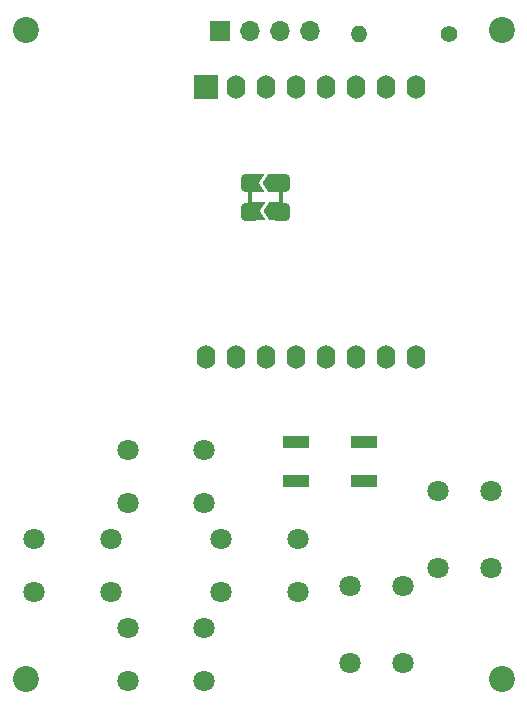
<source format=gts>
G04 #@! TF.GenerationSoftware,KiCad,Pcbnew,9.0.6*
G04 #@! TF.CreationDate,2025-11-17T18:11:24+05:30*
G04 #@! TF.ProjectId,BloodHound_VENOM,426c6f6f-6448-46f7-956e-645f56454e4f,1*
G04 #@! TF.SameCoordinates,Original*
G04 #@! TF.FileFunction,Soldermask,Top*
G04 #@! TF.FilePolarity,Negative*
%FSLAX46Y46*%
G04 Gerber Fmt 4.6, Leading zero omitted, Abs format (unit mm)*
G04 Created by KiCad (PCBNEW 9.0.6) date 2025-11-17 18:11:24*
%MOMM*%
%LPD*%
G01*
G04 APERTURE LIST*
G04 Aperture macros list*
%AMRoundRect*
0 Rectangle with rounded corners*
0 $1 Rounding radius*
0 $2 $3 $4 $5 $6 $7 $8 $9 X,Y pos of 4 corners*
0 Add a 4 corners polygon primitive as box body*
4,1,4,$2,$3,$4,$5,$6,$7,$8,$9,$2,$3,0*
0 Add four circle primitives for the rounded corners*
1,1,$1+$1,$2,$3*
1,1,$1+$1,$4,$5*
1,1,$1+$1,$6,$7*
1,1,$1+$1,$8,$9*
0 Add four rect primitives between the rounded corners*
20,1,$1+$1,$2,$3,$4,$5,0*
20,1,$1+$1,$4,$5,$6,$7,0*
20,1,$1+$1,$6,$7,$8,$9,0*
20,1,$1+$1,$8,$9,$2,$3,0*%
%AMFreePoly0*
4,1,6,1.000000,0.000000,0.500000,-0.750000,-0.500000,-0.750000,-0.500000,0.750000,0.500000,0.750000,1.000000,0.000000,1.000000,0.000000,$1*%
%AMFreePoly1*
4,1,6,0.500000,-0.750000,-0.650000,-0.750000,-0.150000,0.000000,-0.650000,0.750000,0.500000,0.750000,0.500000,-0.750000,0.500000,-0.750000,$1*%
G04 Aperture macros list end*
%ADD10C,0.300000*%
%ADD11C,1.800000*%
%ADD12R,2.250000X1.000000*%
%ADD13R,1.700000X1.700000*%
%ADD14O,1.700000X1.700000*%
%ADD15FreePoly0,180.000000*%
%ADD16FreePoly1,180.000000*%
%ADD17C,2.200000*%
%ADD18RoundRect,0.381000X0.381000X0.381000X-0.381000X0.381000X-0.381000X-0.381000X0.381000X-0.381000X0*%
%ADD19R,2.000000X2.000000*%
%ADD20O,1.600000X2.000000*%
%ADD21C,1.400000*%
%ADD22O,1.400000X1.400000*%
G04 APERTURE END LIST*
D10*
X153600000Y-83500000D02*
X153600000Y-82624000D01*
X151000000Y-83500000D02*
X151000000Y-82624000D01*
D11*
X139240000Y-112010000D03*
X132740000Y-112010000D03*
X139240000Y-116510000D03*
X132740000Y-116510000D03*
X159450000Y-115950000D03*
X159450000Y-122450000D03*
X163950000Y-115950000D03*
X163950000Y-122450000D03*
X166950000Y-107950000D03*
X166950000Y-114450000D03*
X171450000Y-107950000D03*
X171450000Y-114450000D03*
X147150000Y-119550000D03*
X140650000Y-119550000D03*
X147150000Y-124050000D03*
X140650000Y-124050000D03*
X147150000Y-104450000D03*
X140650000Y-104450000D03*
X147150000Y-108950000D03*
X140650000Y-108950000D03*
X155040000Y-112010000D03*
X148540000Y-112010000D03*
X155040000Y-116510000D03*
X148540000Y-116510000D03*
D12*
X154875000Y-103750000D03*
X154875000Y-107050000D03*
X160625000Y-107050000D03*
X160625000Y-103750000D03*
D13*
X148480000Y-69000000D03*
D14*
X151020000Y-69000000D03*
X153560000Y-69000000D03*
X156100000Y-69000000D03*
D15*
X153025000Y-81850000D03*
D16*
X151575000Y-81850000D03*
D17*
X132000000Y-123850000D03*
X172300000Y-123850000D03*
D18*
X153600000Y-84262000D03*
X153600000Y-81862000D03*
X151000000Y-84262000D03*
X151000000Y-81862000D03*
D17*
X172300000Y-68900000D03*
D15*
X153100000Y-84250000D03*
D16*
X151650000Y-84250000D03*
D17*
X132000000Y-68900000D03*
D19*
X147240000Y-73700000D03*
D20*
X149780000Y-73700000D03*
X152320000Y-73700000D03*
X154860000Y-73700000D03*
X157400000Y-73700000D03*
X159940000Y-73700000D03*
X162480000Y-73700000D03*
X165020000Y-73700000D03*
X165020000Y-96560000D03*
X162480000Y-96560000D03*
X159940000Y-96560000D03*
X157400000Y-96560000D03*
X154860000Y-96560000D03*
X152320000Y-96560000D03*
X149780000Y-96560000D03*
X147240000Y-96560000D03*
D21*
X167810000Y-69200000D03*
D22*
X160190000Y-69200000D03*
M02*

</source>
